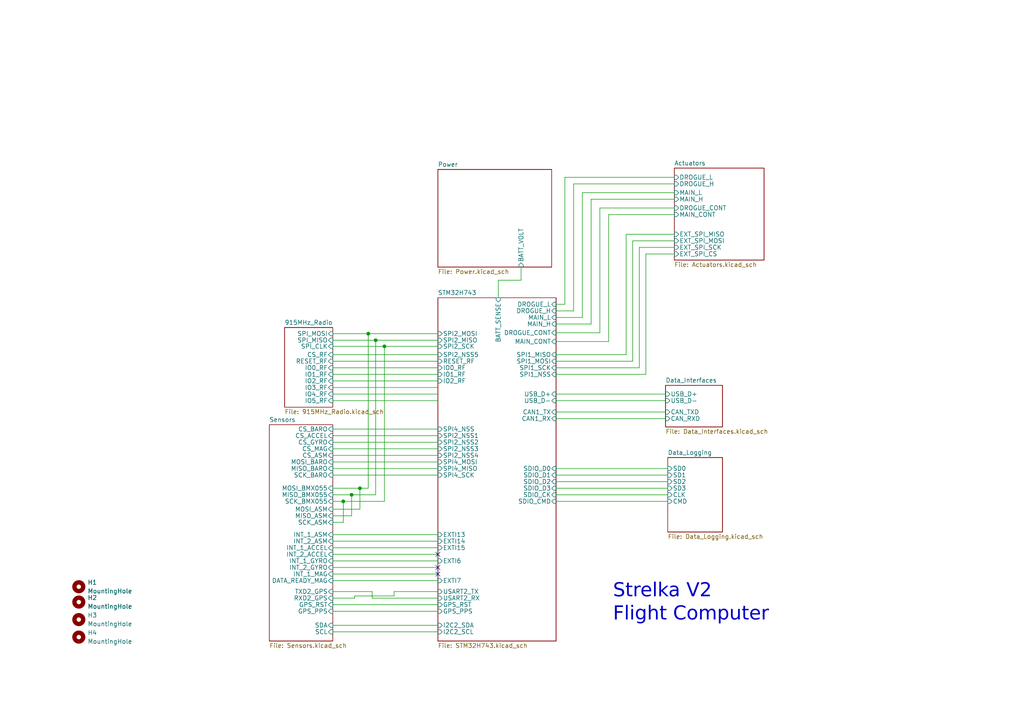
<source format=kicad_sch>
(kicad_sch (version 20231120) (generator "eeschema") (generator_version "8.0")
  (paper "A4")
  (title_block (rev "2"))
  (lib_symbols
    (symbol "Mechanical:MountingHole" (pin_names (offset 1.016))
      (property "Reference" "H" (at 0 5.08 0))
      (property "Value" "MountingHole" (at 0 3.175 0))
      (symbol "MountingHole_0_1"
        (circle (center 0 0) (radius 1.27) (stroke (width 1.27)))
      )
    )
  )
  (junction (at 108.966 98.679))
  (junction (at 111.506 100.457))
  (junction (at 106.807 96.774))
  (junction (at 104.394 141.605))
  (junction (at 99.568 145.415))
  (junction (at 101.981 143.51))
  (no_connect (at 127 164.592))
  (no_connect (at 127 160.782))
  (no_connect (at 127 166.497))
  (wire (pts (xy 96.52 181.356) (xy 127 181.356)))
  (wire (pts (xy 96.52 147.701) (xy 104.394 147.701)))
  (wire (pts (xy 161.29 145.415) (xy 193.675 145.415)))
  (wire (pts (xy 161.29 99.06) (xy 176.53 99.06)))
  (wire (pts (xy 161.29 108.585) (xy 187.325 108.585)))
  (wire (pts (xy 104.394 141.605) (xy 104.394 147.701)))
  (wire (pts (xy 176.53 62.23) (xy 176.53 99.06)))
  (wire (pts (xy 96.52 168.402) (xy 127 168.402)))
  (wire (pts (xy 111.506 100.457) (xy 111.506 145.415)))
  (wire (pts (xy 96.52 135.89) (xy 127 135.89)))
  (wire (pts (xy 96.52 128.27) (xy 127 128.27)))
  (wire (pts (xy 183.515 104.775) (xy 183.515 69.85)))
  (wire (pts (xy 96.52 166.497) (xy 127 166.497)))
  (wire (pts (xy 104.394 141.605) (xy 106.807 141.605)))
  (wire (pts (xy 101.981 143.51) (xy 108.966 143.51)))
  (wire (pts (xy 102.87 172.847) (xy 102.87 173.482)))
  (wire (pts (xy 151.13 81.28) (xy 151.13 77.47)))
  (wire (pts (xy 106.807 96.774) (xy 106.807 141.605)))
  (wire (pts (xy 161.29 121.412) (xy 193.04 121.412)))
  (wire (pts (xy 96.52 158.877) (xy 127 158.877)))
  (wire (pts (xy 102.87 173.482) (xy 96.52 173.482)))
  (wire (pts (xy 96.52 177.292) (xy 127 177.292)))
  (wire (pts (xy 185.42 71.755) (xy 185.42 106.68)))
  (wire (pts (xy 195.58 71.755) (xy 185.42 71.755)))
  (wire (pts (xy 96.52 175.387) (xy 127 175.387)))
  (wire (pts (xy 163.83 51.435) (xy 163.83 88.265)))
  (wire (pts (xy 96.52 137.795) (xy 127 137.795)))
  (wire (pts (xy 96.52 116.205) (xy 127 116.205)))
  (wire (pts (xy 107.95 173.482) (xy 127 173.482)))
  (wire (pts (xy 114.3 171.577) (xy 114.3 172.847)))
  (wire (pts (xy 161.29 104.775) (xy 183.515 104.775)))
  (wire (pts (xy 161.29 116.205) (xy 193.04 116.205)))
  (wire (pts (xy 96.52 164.592) (xy 127 164.592)))
  (wire (pts (xy 166.37 53.34) (xy 195.58 53.34)))
  (wire (pts (xy 96.52 126.365) (xy 127 126.365)))
  (wire (pts (xy 96.52 183.261) (xy 127 183.261)))
  (wire (pts (xy 96.52 141.605) (xy 104.394 141.605)))
  (wire (pts (xy 161.29 114.3) (xy 193.04 114.3)))
  (wire (pts (xy 108.966 98.679) (xy 127 98.679)))
  (wire (pts (xy 96.52 104.775) (xy 127 104.775)))
  (wire (pts (xy 114.3 172.847) (xy 102.87 172.847)))
  (wire (pts (xy 96.52 145.415) (xy 99.568 145.415)))
  (wire (pts (xy 161.29 137.795) (xy 193.675 137.795)))
  (wire (pts (xy 96.52 149.606) (xy 101.981 149.606)))
  (wire (pts (xy 96.52 114.3) (xy 127 114.3)))
  (wire (pts (xy 108.966 98.679) (xy 108.966 143.51)))
  (wire (pts (xy 96.52 132.08) (xy 127 132.08)))
  (wire (pts (xy 96.52 112.395) (xy 127 112.395)))
  (wire (pts (xy 99.568 145.415) (xy 99.568 151.511)))
  (wire (pts (xy 161.29 143.51) (xy 193.675 143.51)))
  (wire (pts (xy 168.91 55.88) (xy 195.58 55.88)))
  (wire (pts (xy 161.29 88.265) (xy 163.83 88.265)))
  (wire (pts (xy 171.45 57.785) (xy 195.58 57.785)))
  (wire (pts (xy 96.52 171.577) (xy 107.95 171.577)))
  (wire (pts (xy 144.526 86.36) (xy 144.526 81.28)))
  (wire (pts (xy 166.37 90.17) (xy 166.37 53.34)))
  (wire (pts (xy 101.981 143.51) (xy 101.981 149.606)))
  (wire (pts (xy 161.29 102.87) (xy 181.61 102.87)))
  (wire (pts (xy 161.29 93.98) (xy 171.45 93.98)))
  (wire (pts (xy 96.52 155.067) (xy 127 155.067)))
  (wire (pts (xy 195.58 60.325) (xy 173.99 60.325)))
  (wire (pts (xy 195.58 67.945) (xy 181.61 67.945)))
  (wire (pts (xy 96.52 151.511) (xy 99.568 151.511)))
  (wire (pts (xy 99.568 145.415) (xy 111.506 145.415)))
  (wire (pts (xy 161.29 141.605) (xy 193.675 141.605)))
  (wire (pts (xy 111.506 100.457) (xy 127 100.457)))
  (wire (pts (xy 161.29 96.52) (xy 173.99 96.52)))
  (wire (pts (xy 96.52 108.585) (xy 127 108.585)))
  (wire (pts (xy 181.61 67.945) (xy 181.61 102.87)))
  (wire (pts (xy 187.325 108.585) (xy 187.325 73.66)))
  (wire (pts (xy 183.515 69.85) (xy 195.58 69.85)))
  (wire (pts (xy 96.52 102.87) (xy 127 102.87)))
  (wire (pts (xy 144.526 81.28) (xy 151.13 81.28)))
  (wire (pts (xy 168.91 55.88) (xy 168.91 92.075)))
  (wire (pts (xy 96.52 133.985) (xy 127 133.985)))
  (wire (pts (xy 163.83 51.435) (xy 195.58 51.435)))
  (wire (pts (xy 96.52 162.687) (xy 127 162.687)))
  (wire (pts (xy 96.52 156.972) (xy 127 156.972)))
  (wire (pts (xy 96.52 96.774) (xy 106.807 96.774)))
  (wire (pts (xy 96.52 100.457) (xy 111.506 100.457)))
  (wire (pts (xy 187.325 73.66) (xy 195.58 73.66)))
  (wire (pts (xy 161.29 92.075) (xy 168.91 92.075)))
  (wire (pts (xy 96.52 106.68) (xy 127 106.68)))
  (wire (pts (xy 161.29 135.89) (xy 193.675 135.89)))
  (wire (pts (xy 96.52 124.46) (xy 127 124.46)))
  (wire (pts (xy 171.45 93.98) (xy 171.45 57.785)))
  (wire (pts (xy 107.95 171.577) (xy 107.95 173.482)))
  (wire (pts (xy 96.52 160.782) (xy 127 160.782)))
  (wire (pts (xy 127 171.577) (xy 114.3 171.577)))
  (wire (pts (xy 96.52 98.679) (xy 108.966 98.679)))
  (wire (pts (xy 161.29 139.7) (xy 193.675 139.7)))
  (wire (pts (xy 96.52 143.51) (xy 101.981 143.51)))
  (wire (pts (xy 161.29 119.507) (xy 193.04 119.507)))
  (wire (pts (xy 173.99 60.325) (xy 173.99 96.52)))
  (wire (pts (xy 161.29 106.68) (xy 185.42 106.68)))
  (wire (pts (xy 161.29 90.17) (xy 166.37 90.17)))
  (wire (pts (xy 96.52 130.175) (xy 127 130.175)))
  (wire (pts (xy 195.58 62.23) (xy 176.53 62.23)))
  (wire (pts (xy 96.52 110.49) (xy 127 110.49)))
  (wire (pts (xy 106.807 96.774) (xy 127 96.774)))
  (text "Strelka V2\nFlight Computer" (at 177.8 181.61 0) (effects (font (size 4 4) (italic yes)) (justify left bottom)))
  (symbol (lib_id "Mechanical:MountingHole") (at 22.86 174.625 0) (unit 1)
    (property "Reference" "H2" (at 25.4 173.3549 0) (effects (justify left)))
    (property "Value" "MountingHole" (at 25.4 175.8949 0) (effects (justify left)))
    (property "Footprint" "MountingHole:MountingHole_2.5mm_Pad" (effects (hide yes)))
  )
  (symbol (lib_id "Mechanical:MountingHole") (at 22.86 179.705 0) (unit 1)
    (property "Reference" "H3" (at 25.4 178.4349 0) (effects (justify left)))
    (property "Value" "MountingHole" (at 25.4 180.9749 0) (effects (justify left)))
    (property "Footprint" "MountingHole:MountingHole_2.5mm_Pad" (effects (hide yes)))
  )
  (symbol (lib_id "Mechanical:MountingHole") (at 22.86 184.785 0) (unit 1)
    (property "Reference" "H4" (at 25.4 183.5149 0) (effects (justify left)))
    (property "Value" "MountingHole" (at 25.4 186.0549 0) (effects (justify left)))
    (property "Footprint" "MountingHole:MountingHole_2.5mm_Pad" (effects (hide yes)))
  )
  (symbol (lib_id "Mechanical:MountingHole") (at 22.86 170.18 0) (unit 1)
    (property "Reference" "H1" (at 25.4 168.9099 0) (effects (justify left)))
    (property "Value" "MountingHole" (at 25.4 171.4499 0) (effects (justify left)))
    (property "Footprint" "MountingHole:MountingHole_2.5mm_Pad" (effects (hide yes)))
  )
  (sheet (at 127 49.149) (size 33.02 28.321) (stroke (width 0.1524))
    (property "Sheetname" "Power" (at 127 48.4374 0) (effects (justify left bottom)))
    (property "Sheetfile" "Power.kicad_sch" (at 127 78.0546 0) (effects (justify left top)))
    (pin "BATT_VOLT" input (at 151.13 77.47 270))
  )
  (sheet (at 195.58 48.768) (size 26.035 26.67) (stroke (width 0.1524))
    (property "Sheetname" "Actuators" (at 195.58 48.0564 0) (effects (justify left bottom)))
    (property "Sheetfile" "Actuators.kicad_sch" (at 195.58 76.0226 0) (effects (justify left top)))
    (pin "MAIN_L" input (at 195.58 55.88 180))
    (pin "MAIN_H" input (at 195.58 57.785 180))
    (pin "DROGUE_L" input (at 195.58 51.435 180))
    (pin "DROGUE_H" input (at 195.58 53.34 180))
    (pin "DROGUE_CONT" input (at 195.58 60.325 180))
    (pin "MAIN_CONT" input (at 195.58 62.23 180))
    (pin "EXT_SPI_MISO" input (at 195.58 67.945 180))
    (pin "EXT_SPI_SCK" input (at 195.58 71.755 180))
    (pin "EXT_SPI_MOSI" input (at 195.58 69.85 180))
    (pin "EXT_SPI_CS" input (at 195.58 73.66 180))
  )
  (sheet (at 127 86.36) (size 34.29 99.568) (stroke (width 0.1524))
    (property "Sheetname" "STM32H743" (at 127 85.6484 0) (effects (justify left bottom)))
    (property "Sheetfile" "STM32H743.kicad_sch" (at 127 186.5126 0) (effects (justify left top)))
    (pin "CAN1_RX" input (at 161.29 121.412 0))
    (pin "CAN1_TX" input (at 161.29 119.507 0))
    (pin "SDIO_CMD" input (at 161.29 145.415 0))
    (pin "SDIO_CK" input (at 161.29 143.51 0))
    (pin "SDIO_D2" input (at 161.29 139.7 0))
    (pin "SDIO_D3" input (at 161.29 141.605 0))
    (pin "SPI2_MOSI" input (at 127 96.774 180))
    (pin "BATT_SENSE" input (at 144.526 86.36 90))
    (pin "SPI2_MISO" input (at 127 98.679 180))
    (pin "SDIO_D0" input (at 161.29 135.89 0))
    (pin "SDIO_D1" input (at 161.29 137.795 0))
    (pin "I2C2_SCL" input (at 127 183.261 180))
    (pin "USB_D-" input (at 161.29 116.205 0))
    (pin "I2C2_SDA" input (at 127 181.356 180))
    (pin "USB_D+" input (at 161.29 114.3 0))
    (pin "SPI4_MISO" input (at 127 135.89 180))
    (pin "SPI4_NSS" input (at 127 124.46 180))
    (pin "SPI4_SCK" input (at 127 137.795 180))
    (pin "SPI4_MOSI" input (at 127 133.985 180))
    (pin "SPI2_NSS3" input (at 127 130.175 180))
    (pin "SPI2_NSS1" input (at 127 126.365 180))
    (pin "SPI2_NSS2" input (at 127 128.27 180))
    (pin "SPI2_NSS4" input (at 127 132.08 180))
    (pin "SPI2_SCK" input (at 127 100.457 180))
    (pin "SPI1_SCK" input (at 161.29 106.68 0))
    (pin "SPI1_MOSI" input (at 161.29 104.775 0))
    (pin "SPI1_MISO" input (at 161.29 102.87 0))
    (pin "SPI1_NSS" input (at 161.29 108.585 0))
    (pin "USART2_TX" input (at 127 171.577 180))
    (pin "USART2_RX" input (at 127 173.482 180))
    (pin "SPI2_NSS5" input (at 127 102.87 180))
    (pin "GPS_PPS" input (at 127 177.292 180))
    (pin "GPS_RST" input (at 127 175.387 180))
    (pin "EXTI13" input (at 127 155.067 180))
    (pin "EXTI14" input (at 127 156.972 180))
    (pin "EXTI15" input (at 127 158.877 180))
    (pin "EXTI6" input (at 127 162.687 180))
    (pin "EXTI7" input (at 127 168.402 180))
    (pin "IO0_RF" input (at 127 106.68 180))
    (pin "MAIN_L" input (at 161.29 92.075 0))
    (pin "MAIN_H" input (at 161.29 93.98 0))
    (pin "DROGUE_L" input (at 161.29 88.265 0))
    (pin "DROGUE_H" input (at 161.29 90.17 0))
    (pin "DROGUE_CONT" input (at 161.29 96.52 0))
    (pin "MAIN_CONT" input (at 161.29 99.06 0))
    (pin "RESET_RF" input (at 127 104.775 180))
    (pin "IO1_RF" input (at 127 108.585 180))
    (pin "IO2_RF" input (at 127 110.49 180))
  )
  (sheet (at 82.55 94.996) (size 13.97 23.114) (stroke (width 0.1524))
    (property "Sheetname" "915MHz_Radio" (at 82.55 94.2844 0) (effects (justify left bottom)))
    (property "Sheetfile" "915MHz_Radio.kicad_sch" (at 82.55 118.6946 0) (effects (justify left top)))
    (pin "IO5_RF" input (at 96.52 116.205 0))
    (pin "IO0_RF" input (at 96.52 106.68 0))
    (pin "IO1_RF" input (at 96.52 108.585 0))
    (pin "IO2_RF" input (at 96.52 110.49 0))
    (pin "IO3_RF" input (at 96.52 112.395 0))
    (pin "IO4_RF" input (at 96.52 114.3 0))
    (pin "SPI_MOSI" input (at 96.52 96.774 0))
    (pin "CS_RF" input (at 96.52 102.87 0))
    (pin "RESET_RF" input (at 96.52 104.775 0))
    (pin "SPI_MISO" input (at 96.52 98.679 0))
    (pin "SPI_CLK" input (at 96.52 100.457 0))
  )
  (sheet (at 78.105 123.19) (size 18.415 62.738) (stroke (width 0.1524))
    (property "Sheetname" "Sensors" (at 78.105 122.4784 0) (effects (justify left bottom)))
    (property "Sheetfile" "Sensors.kicad_sch" (at 78.105 186.5126 0) (effects (justify left top)))
    (pin "CS_ACCEL" input (at 96.52 126.365 0))
    (pin "CS_GYRO" input (at 96.52 128.27 0))
    (pin "CS_MAG" input (at 96.52 130.175 0))
    (pin "MOSI_BARO" input (at 96.52 133.985 0))
    (pin "CS_BARO" input (at 96.52 124.46 0))
    (pin "MISO_BARO" input (at 96.52 135.89 0))
    (pin "MOSI_BMX055" input (at 96.52 141.605 0))
    (pin "INT_1_ACCEL" input (at 96.52 158.877 0))
    (pin "INT_2_ACCEL" input (at 96.52 160.782 0))
    (pin "INT_1_GYRO" input (at 96.52 162.687 0))
    (pin "INT_2_GYRO" input (at 96.52 164.592 0))
    (pin "INT_1_MAG" input (at 96.52 166.497 0))
    (pin "DATA_READY_MAG" input (at 96.52 168.402 0))
    (pin "GPS_RST" input (at 96.52 175.387 0))
    (pin "GPS_PPS" input (at 96.52 177.292 0))
    (pin "RXD2_GPS" input (at 96.52 173.482 0))
    (pin "TXD2_GPS" input (at 96.52 171.577 0))
    (pin "SCK_BMX055" input (at 96.52 145.415 0))
    (pin "SCK_BARO" input (at 96.52 137.795 0))
    (pin "MISO_BMX055" input (at 96.52 143.51 0))
    (pin "SCL" input (at 96.52 183.261 0))
    (pin "SDA" input (at 96.52 181.356 0))
    (pin "INT_2_ASM" input (at 96.52 156.972 0))
    (pin "MOSI_ASM" input (at 96.52 147.701 0))
    (pin "SCK_ASM" input (at 96.52 151.511 0))
    (pin "MISO_ASM" input (at 96.52 149.606 0))
    (pin "INT_1_ASM" input (at 96.52 155.067 0))
    (pin "CS_ASM" input (at 96.52 132.08 0))
  )
  (sheet (at 193.675 132.715) (size 15.875 21.59) (stroke (width 0.1524))
    (property "Sheetname" "Data_Logging" (at 193.675 132.0034 0) (effects (justify left bottom)))
    (property "Sheetfile" "Data_Logging.kicad_sch" (at 193.675 154.8896 0) (effects (justify left top)))
    (pin "CLK" input (at 193.675 143.51 180))
    (pin "SD3" input (at 193.675 141.605 180))
    (pin "SD2" input (at 193.675 139.7 180))
    (pin "SD1" input (at 193.675 137.795 180))
    (pin "SD0" input (at 193.675 135.89 180))
    (pin "CMD" input (at 193.675 145.415 180))
  )
  (sheet (at 193.04 111.76) (size 16.51 12.065) (stroke (width 0.1524))
    (property "Sheetname" "Data_Interfaces" (at 193.04 111.0484 0) (effects (justify left bottom)))
    (property "Sheetfile" "Data_Interfaces.kicad_sch" (at 193.04 124.4096 0) (effects (justify left top)))
    (pin "USB_D-" input (at 193.04 116.205 180))
    (pin "USB_D+" input (at 193.04 114.3 180))
    (pin "CAN_TXD" input (at 193.04 119.507 180))
    (pin "CAN_RXD" input (at 193.04 121.412 180))
  )
)
</source>
